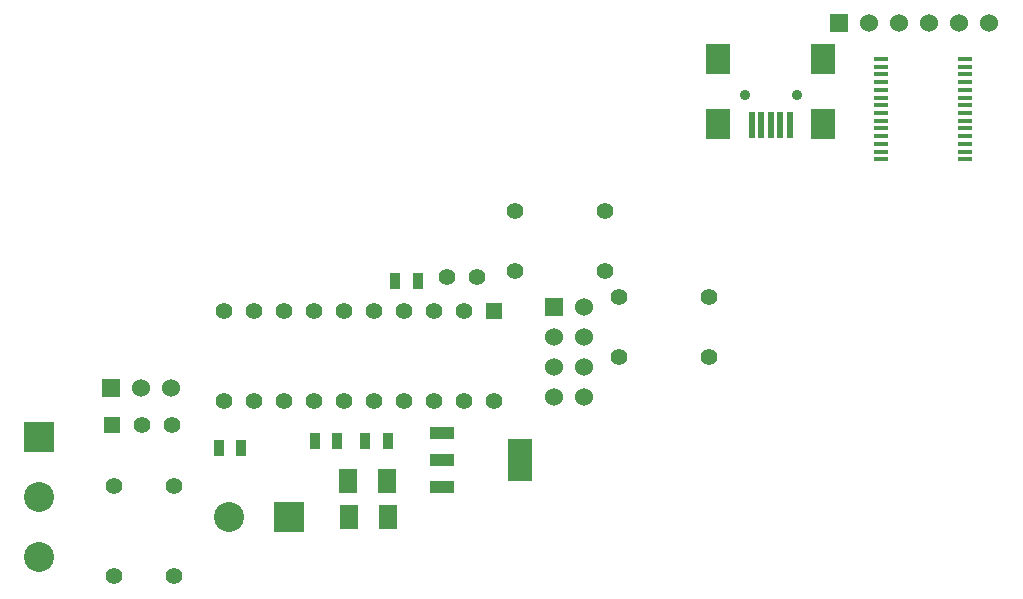
<source format=gts>
G04 (created by PCBNEW (2013-jul-07)-stable) date Mon 11 Jan 2016 09:02:01 PM CET*
%MOIN*%
G04 Gerber Fmt 3.4, Leading zero omitted, Abs format*
%FSLAX34Y34*%
G01*
G70*
G90*
G04 APERTURE LIST*
%ADD10C,0.00590551*%
%ADD11R,0.0197X0.0906*%
%ADD12R,0.0787X0.0984*%
%ADD13C,0.0354*%
%ADD14R,0.05X0.016*%
%ADD15R,0.06X0.08*%
%ADD16R,0.035X0.055*%
%ADD17C,0.055*%
%ADD18R,0.06X0.06*%
%ADD19C,0.06*%
%ADD20R,0.1X0.1*%
%ADD21C,0.1*%
%ADD22R,0.08X0.144*%
%ADD23R,0.08X0.04*%
%ADD24R,0.055X0.055*%
G04 APERTURE END LIST*
G54D10*
G54D11*
X45755Y-15218D03*
X45440Y-15218D03*
X45125Y-15218D03*
X44810Y-15218D03*
X44495Y-15218D03*
G54D12*
X46877Y-15179D03*
X46877Y-13014D03*
X43373Y-15179D03*
X43373Y-13014D03*
G54D13*
X45991Y-14195D03*
X44259Y-14195D03*
G54D14*
X51595Y-16340D03*
X51595Y-16090D03*
X51595Y-15830D03*
X51595Y-15570D03*
X51595Y-15320D03*
X51595Y-15060D03*
X51595Y-14800D03*
X51595Y-14550D03*
X51595Y-14290D03*
X51595Y-14040D03*
X51595Y-13780D03*
X51595Y-13520D03*
X51595Y-13270D03*
X51595Y-13010D03*
X48795Y-13010D03*
X48795Y-13270D03*
X48795Y-13510D03*
X48795Y-13780D03*
X48795Y-14040D03*
X48795Y-14290D03*
X48795Y-14550D03*
X48795Y-14800D03*
X48795Y-15060D03*
X48795Y-15320D03*
X48795Y-15570D03*
X48795Y-15830D03*
X48795Y-16090D03*
X48795Y-16340D03*
G54D15*
X32380Y-28280D03*
X31080Y-28280D03*
X32350Y-27065D03*
X31050Y-27065D03*
G54D16*
X27485Y-25970D03*
X26735Y-25970D03*
G54D17*
X35336Y-20286D03*
X34336Y-20286D03*
G54D18*
X37905Y-21285D03*
G54D19*
X38905Y-21285D03*
X37905Y-22285D03*
X38905Y-22285D03*
X37905Y-23285D03*
X38905Y-23285D03*
X37905Y-24285D03*
X38905Y-24285D03*
G54D18*
X23140Y-23980D03*
G54D19*
X24140Y-23980D03*
X25140Y-23980D03*
G54D18*
X47420Y-11795D03*
G54D19*
X48420Y-11795D03*
X49420Y-11795D03*
X50420Y-11795D03*
X51420Y-11795D03*
X52420Y-11795D03*
G54D20*
X20750Y-25590D03*
G54D21*
X20750Y-27590D03*
X20750Y-29590D03*
G54D20*
X29080Y-28280D03*
G54D21*
X27080Y-28280D03*
G54D22*
X36780Y-26375D03*
G54D23*
X34180Y-26375D03*
X34180Y-27275D03*
X34180Y-25475D03*
G54D16*
X31611Y-25739D03*
X32361Y-25739D03*
X30688Y-25753D03*
X29938Y-25753D03*
X33363Y-20418D03*
X32613Y-20418D03*
G54D24*
X23167Y-25193D03*
G54D17*
X24167Y-25193D03*
X25167Y-25193D03*
X23251Y-27254D03*
X25251Y-27254D03*
X23251Y-30254D03*
X25251Y-30254D03*
X43080Y-20930D03*
X43080Y-22930D03*
X40080Y-20930D03*
X40080Y-22930D03*
X39592Y-18076D03*
X39592Y-20076D03*
X36592Y-18076D03*
X36592Y-20076D03*
G54D24*
X35900Y-21395D03*
G54D17*
X34900Y-21395D03*
X33900Y-21395D03*
X32900Y-21395D03*
X31900Y-21395D03*
X30900Y-21395D03*
X29900Y-21395D03*
X28900Y-21395D03*
X27900Y-21395D03*
X26900Y-21395D03*
X26900Y-24395D03*
X27900Y-24395D03*
X28900Y-24395D03*
X29900Y-24395D03*
X30900Y-24395D03*
X31900Y-24395D03*
X32900Y-24395D03*
X33900Y-24395D03*
X34900Y-24395D03*
X35900Y-24395D03*
M02*

</source>
